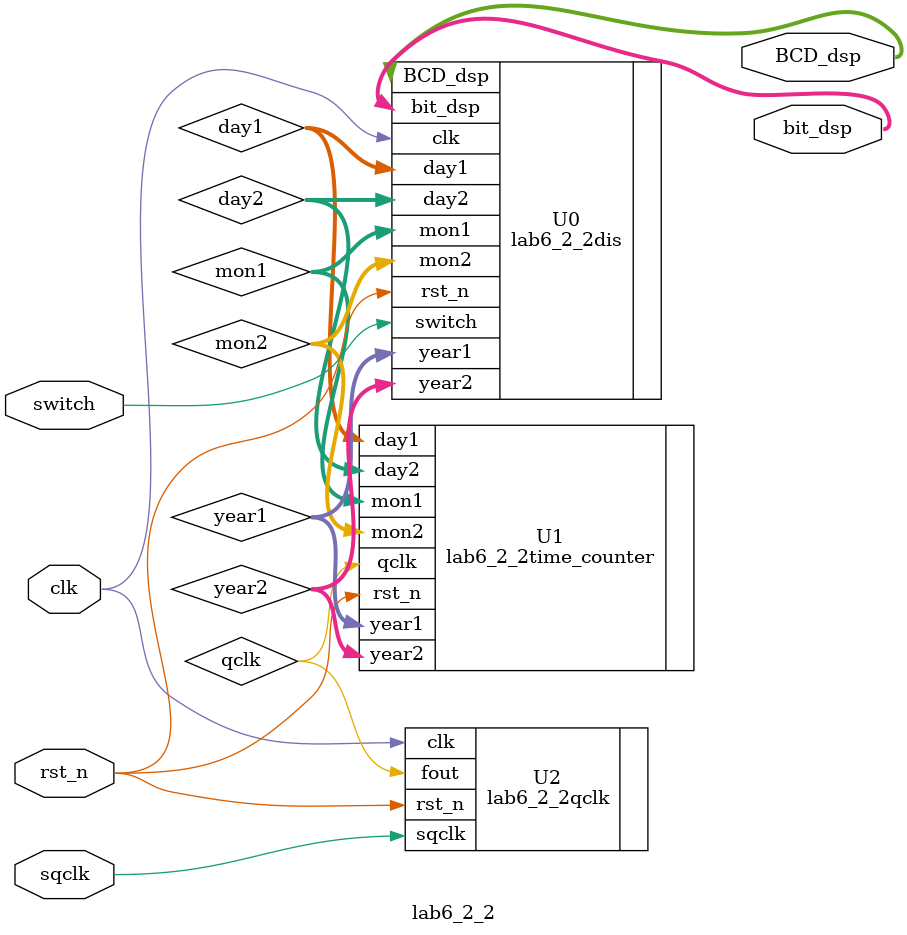
<source format=v>
`timescale 1ns / 1ps


module lab6_2_2(
clk,
rst_n,
switch,
BCD_dsp,
bit_dsp,
sqclk
);
input clk;
input rst_n;
input sqclk;
input switch;
output [7:0] BCD_dsp;
output [3:0] bit_dsp;
wire [3:0] mon1,mon2,day1,day2,year1,year2;

lab6_2_2dis U0 (.clk(clk),.rst_n(rst_n),.switch(switch),.mon1(mon1),.mon2(mon2),.day1(day1),.day2(day2),.year1(year1),.year2(year2)
,.BCD_dsp(BCD_dsp),.bit_dsp(bit_dsp));
lab6_2_2time_counter U1 (.qclk(qclk),.rst_n(rst_n),.mon1(mon1),.mon2(mon2),.day1(day1),.day2(day2),.year1(year1),.year2(year2));
lab6_2_2qclk U2 (.fout(qclk),.clk(clk),.rst_n(rst_n),.sqclk(sqclk));

endmodule

</source>
